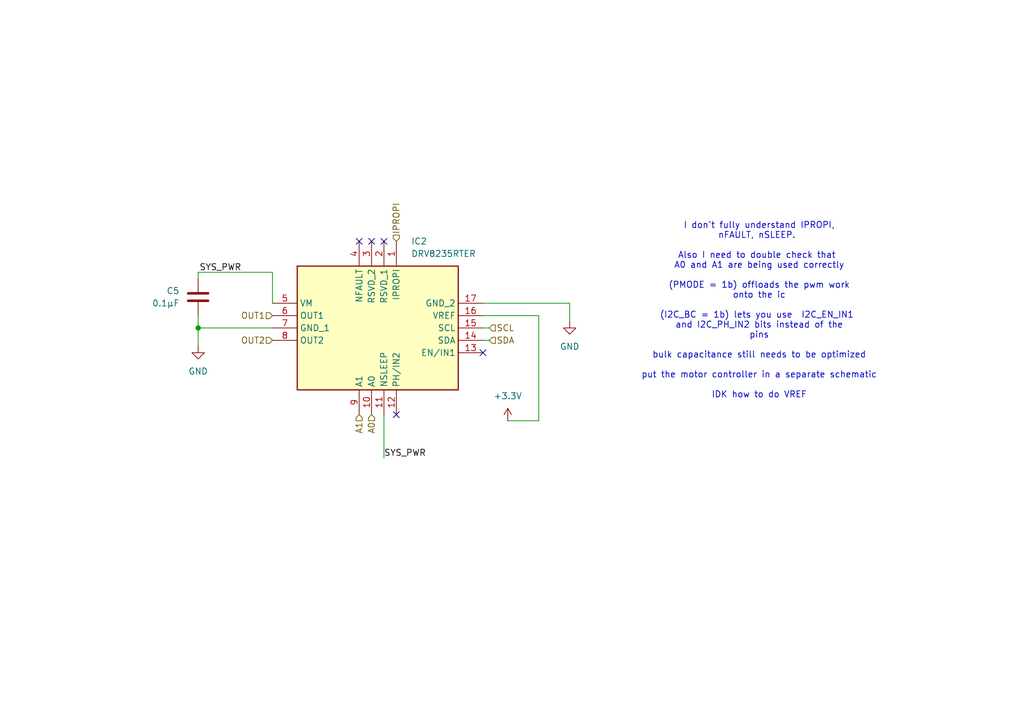
<source format=kicad_sch>
(kicad_sch (version 20231120) (generator "eeschema") (generator_version "8.0")
  (paper "A5")
  (lib_symbols
    (symbol "Device:C" (pin_numbers hide) (pin_names (offset 0.254))
      (property "Reference" "C" (at 0.635 2.54 0))
      (property "Value" "C" (at 0.635 -2.54 0))
      (symbol "C_0_1"
        (polyline (pts (xy -2.032 -0.762) (xy 2.032 -0.762)) (stroke (width 0.508)))
        (polyline (pts (xy -2.032 0.762) (xy 2.032 0.762)) (stroke (width 0.508)))
      )
      (symbol "C_1_1"
        (pin passive line (at 0 3.81 270) (length 2.794) (name "~") (number "1"))
        (pin passive line (at 0 -3.81 90) (length 2.794) (name "~") (number "2"))
      )
    )
    (symbol "SamacSys_Parts:DRV8235RTER"
      (property "Reference" "IC" (at 31.75 17.78 0))
      (property "Value" "DRV8235RTER" (at 31.75 15.24 0))
      (symbol "DRV8235RTER_1_1"
        (rectangle (start 5.08 12.7) (end 30.48 -20.32) (stroke (width 0.254)) (fill (type background)))
        (pin passive line (at 0 0 0) (length 5.08) (name "IPROPI") (number "1"))
        (pin passive line (at 35.56 -5.08 180) (length 5.08) (name "A0") (number "10"))
        (pin passive line (at 35.56 -2.54 180) (length 5.08) (name "NSLEEP") (number "11"))
        (pin passive line (at 35.56 0 180) (length 5.08) (name "PH/IN2") (number "12"))
        (pin passive line (at 22.86 17.78 270) (length 5.08) (name "EN/IN1") (number "13"))
        (pin passive line (at 20.32 17.78 270) (length 5.08) (name "SDA") (number "14"))
        (pin passive line (at 17.78 17.78 270) (length 5.08) (name "SCL") (number "15"))
        (pin passive line (at 15.24 17.78 270) (length 5.08) (name "VREF") (number "16"))
        (pin passive line (at 12.7 17.78 270) (length 5.08) (name "GND_2") (number "17"))
        (pin passive line (at 0 -2.54 0) (length 5.08) (name "RSVD_1") (number "2"))
        (pin passive line (at 0 -5.08 0) (length 5.08) (name "RSVD_2") (number "3"))
        (pin passive line (at 0 -7.62 0) (length 5.08) (name "NFAULT") (number "4"))
        (pin passive line (at 12.7 -25.4 90) (length 5.08) (name "VM") (number "5"))
        (pin passive line (at 15.24 -25.4 90) (length 5.08) (name "OUT1") (number "6"))
        (pin passive line (at 17.78 -25.4 90) (length 5.08) (name "GND_1") (number "7"))
        (pin passive line (at 20.32 -25.4 90) (length 5.08) (name "OUT2") (number "8"))
        (pin passive line (at 35.56 -7.62 180) (length 5.08) (name "A1") (number "9"))
      )
    )
    (symbol "power:+3.3V" (power) (pin_numbers hide) (pin_names (offset 0) hide)
      (property "Value" "+3.3V" (at 0 3.556 0))
      (symbol "+3.3V_0_1"
        (polyline (pts (xy -0.762 1.27) (xy 0 2.54)))
        (polyline (pts (xy 0 0) (xy 0 2.54)))
        (polyline (pts (xy 0 2.54) (xy 0.762 1.27)))
      )
      (symbol "+3.3V_1_1"
        (pin power_in line (at 0 0 90) (length 0) (name "~") (number "1"))
      )
    )
    (symbol "power:GND" (power) (pin_numbers hide) (pin_names (offset 0) hide)
      (property "Value" "GND" (at 0 -3.81 0))
      (symbol "GND_0_1"
        (polyline (pts (xy 0 0) (xy 0 -1.27) (xy 1.27 -1.27) (xy 0 -2.54) (xy -1.27 -1.27) (xy 0 -1.27)))
      )
      (symbol "GND_1_1"
        (pin power_in line (at 0 0 270) (length 0) (name "~") (number "1"))
      )
    )
  )
  (junction (at 40.64 67.31))
  (no_connect (at 99.06 72.39))
  (no_connect (at 81.28 85.09))
  (no_connect (at 76.2 49.53))
  (no_connect (at 73.66 49.53))
  (no_connect (at 78.74 49.53))
  (wire (pts (xy 40.64 55.88) (xy 40.64 57.15)))
  (wire (pts (xy 100.33 69.85) (xy 99.06 69.85)))
  (wire (pts (xy 40.64 71.12) (xy 40.64 67.31)))
  (wire (pts (xy 55.88 55.88) (xy 55.88 62.23)))
  (wire (pts (xy 40.64 55.88) (xy 55.88 55.88)))
  (wire (pts (xy 110.49 64.77) (xy 110.49 86.36)))
  (wire (pts (xy 100.33 67.31) (xy 99.06 67.31)))
  (wire (pts (xy 116.84 62.23) (xy 116.84 66.04)))
  (wire (pts (xy 40.64 64.77) (xy 40.64 67.31)))
  (wire (pts (xy 110.49 86.36) (xy 104.14 86.36)))
  (wire (pts (xy 40.64 67.31) (xy 55.88 67.31)))
  (wire (pts (xy 78.74 85.09) (xy 78.74 93.98)))
  (wire (pts (xy 99.06 62.23) (xy 116.84 62.23)))
  (wire (pts (xy 99.06 64.77) (xy 110.49 64.77)))
  (text "I don't fully understand IPROPI,\nnFAULT, nSLEEP. \n\nAlso I need to double check that \nA0 and A1 are being used correctly\n\n(PMODE = 1b) offloads the pwm work\nonto the ic\n\n(I2C_BC = 1b) lets you use  I2C_EN_IN1 \nand I2C_PH_IN2 bits instead of the\npins\n\nbulk capacitance still needs to be optimized\n\nput the motor controller in a separate schematic\n\nIDK how to do VREF" (at 155.702 63.754 0) (effects (font (size 1.27 1.27))))
  (label "SYS_PWR" (at 49.53 55.88 180))
  (label "SYS_PWR" (at 78.74 93.98 0))
  (hierarchical_label "SDA" (shape input) (at 100.33 69.85 0))
  (hierarchical_label "OUT1" (shape input) (at 55.88 64.77 180))
  (hierarchical_label "OUT2" (shape input) (at 55.88 69.85 180))
  (hierarchical_label "SCL" (shape input) (at 100.33 67.31 0))
  (hierarchical_label "A0" (shape input) (at 76.2 85.09 270))
  (hierarchical_label "IPROPI" (shape input) (at 81.28 49.53 90))
  (hierarchical_label "A1" (shape input) (at 73.66 85.09 270))
  (symbol (lib_id "Device:C") (at 40.64 60.96 0) (mirror y) (unit 1)
    (property "Reference" "C5" (at 36.83 59.6899 0) (effects (justify left)))
    (property "Value" "0.1μF" (at 36.83 62.2299 0) (effects (justify left)))
    (property "Description" "Unpolarized capacitor" (effects (hide yes)))
    (instances (project "PCB_battery_motor_board" (path "" (reference "C5") (unit 1)) (path "" (reference "C3") (unit 1)) (path "" (reference "C6") (unit 1))))
  )
  (symbol (lib_id "SamacSys_Parts:DRV8235RTER") (at 81.28 49.53 270) (unit 1)
    (property "Reference" "IC2" (at 84.2965 49.53 90) (effects (justify left)))
    (property "Value" "DRV8235RTER" (at 84.2965 52.07 90) (effects (justify left)))
    (property "Footprint" "QFN50P300X300X80-17N-D" (effects (hide yes)))
    (property "Datasheet" "https://www.ti.com/lit/ds/symlink/drv8235.pdf?ts=1726603736066&ref_url=https%253A%252F%252Fbr.mouser.com%252F" (effects (hide yes)))
    (property "Description" "Bipolar Motor Driver Power MOSFET I2C, PWM 16-WQFN (3x3)" (effects (hide yes)))
    (property "Height" "0.8" (effects (hide yes)))
    (property "Manufacturer_Name" "Texas Instruments" (effects (hide yes)))
    (property "Manufacturer_Part_Number" "DRV8235RTER" (effects (hide yes)))
    (instances (project "PCB_battery_motor_board" (path "" (reference "IC2") (unit 1)) (path "" (reference "IC3") (unit 1)) (path "" (reference "IC5") (unit 1))))
  )
  (symbol (lib_id "power:GND") (at 40.64 71.12 0) (unit 1)
    (property "Reference" "#PWR017" (effects (hide yes)))
    (property "Value" "GND" (at 40.64 76.2 0))
    (property "Description" "Power symbol creates a global label with name \"GND\" , ground" (effects (hide yes)))
    (instances (project "PCB_battery_motor_board" (path "" (reference "#PWR017") (unit 1)) (path "" (reference "#PWR08") (unit 1)) (path "" (reference "#PWR021") (unit 1))))
  )
  (symbol (lib_id "power:GND") (at 116.84 66.04 0) (unit 1)
    (property "Reference" "#PWR019" (effects (hide yes)))
    (property "Value" "GND" (at 116.84 71.12 0))
    (property "Description" "Power symbol creates a global label with name \"GND\" , ground" (effects (hide yes)))
    (instances (project "PCB_battery_motor_board" (path "" (reference "#PWR019") (unit 1)) (path "" (reference "#PWR020") (unit 1)) (path "" (reference "#PWR024") (unit 1))))
  )
  (symbol (lib_id "power:+3.3V") (at 104.14 86.36 0) (unit 1)
    (property "Reference" "#PWR030" (effects (hide yes)))
    (property "Value" "+3.3V" (at 104.14 81.28 0))
    (property "Description" "Power symbol creates a global label with name \"+3.3V\"" (effects (hide yes)))
    (instances (project "PCB_battery_motor_board" (path "" (reference "#PWR030") (unit 1)) (path "" (reference "#PWR011") (unit 1)) (path "" (reference "#PWR031") (unit 1))))
  )
)
</source>
